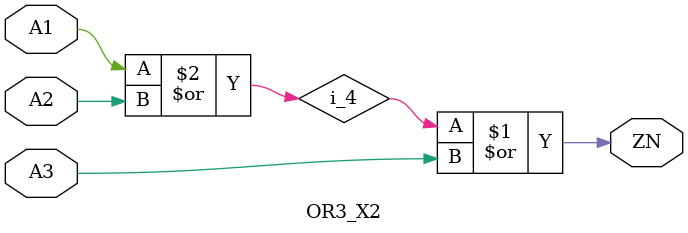
<source format=v>
module OR3_X2 (A1, A2, A3, ZN);
  input A1;
  input A2;
  input A3;
  output ZN;
  or(ZN, i_4, A3);
  or(i_4, A1, A2);
  specify
    (A1 => ZN) = (0.1, 0.1);
    (A2 => ZN) = (0.1, 0.1);
    (A3 => ZN) = (0.1, 0.1);
  endspecify
endmodule
</source>
